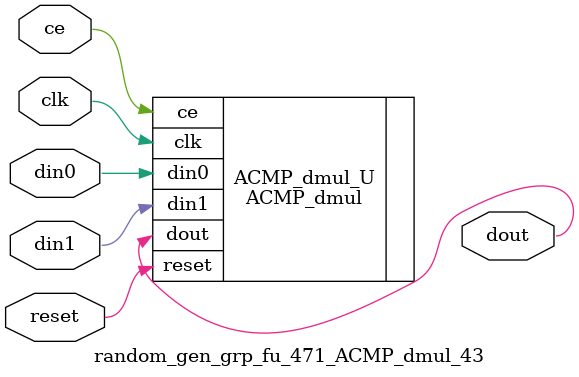
<source format=v>

`timescale 1 ns / 1 ps
module random_gen_grp_fu_471_ACMP_dmul_43(
    clk,
    reset,
    ce,
    din0,
    din1,
    dout);

parameter ID = 32'd1;
parameter NUM_STAGE = 32'd1;
parameter din0_WIDTH = 32'd1;
parameter din1_WIDTH = 32'd1;
parameter dout_WIDTH = 32'd1;
input clk;
input reset;
input ce;
input[din0_WIDTH - 1:0] din0;
input[din1_WIDTH - 1:0] din1;
output[dout_WIDTH - 1:0] dout;



ACMP_dmul #(
.ID( ID ),
.NUM_STAGE( 7 ),
.din0_WIDTH( din0_WIDTH ),
.din1_WIDTH( din1_WIDTH ),
.dout_WIDTH( dout_WIDTH ))
ACMP_dmul_U(
    .clk( clk ),
    .reset( reset ),
    .ce( ce ),
    .din0( din0 ),
    .din1( din1 ),
    .dout( dout ));

endmodule

</source>
